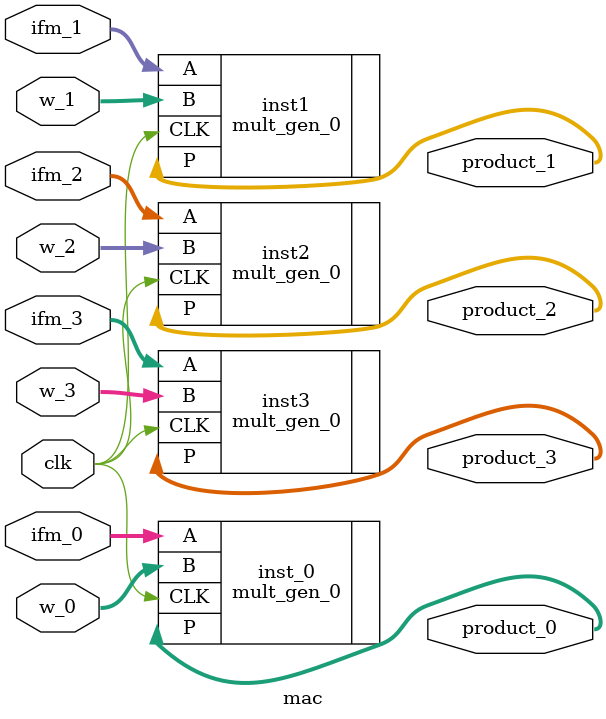
<source format=v>
`timescale 1ns / 1ps


module mac(
    clk
    ,ifm_0
    ,ifm_1
    ,ifm_2
    ,ifm_3
    ,w_0
    ,w_1
    ,w_2
    ,w_3
    ,product_0
    ,product_1
    ,product_2
    ,product_3

    );
input clk;
input [15:0] ifm_0;
input [15:0] ifm_1;
input [15:0] ifm_2;
input [15:0] ifm_3;
input [15:0] w_0;
input [15:0] w_1;
input [15:0] w_2;
input [15:0] w_3;
output [15:0] product_0;
output [15:0] product_1;
output [15:0] product_2;
output [15:0] product_3;


mult_gen_0 inst_0(
    .CLK(clk),
    .A(ifm_0),
    .B(w_0),
    .P(product_0));
mult_gen_0 inst1(
    .CLK(clk),
    .A(ifm_1),
    .B(w_1),
    .P(product_1));
mult_gen_0 inst2(
    .CLK(clk),
    .A(ifm_2),
    .B(w_2),
    .P(product_2));
mult_gen_0 inst3(
    .CLK(clk),
    .A(ifm_3),
    .B(w_3),
    .P(product_3));
        
endmodule

</source>
